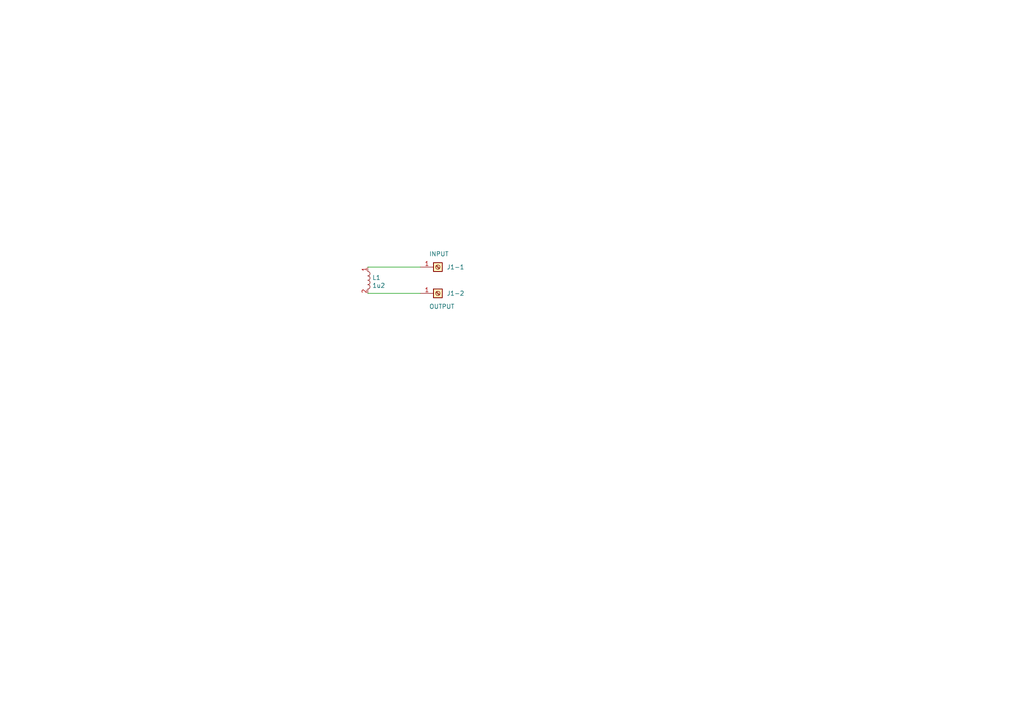
<source format=kicad_sch>
(kicad_sch (version 20211123) (generator eeschema)
  (paper "A4")
  (title_block (title "Q17-Mini 1.2uH Inductor") (date "2023-05-05") (rev "1.0"))
  (lib_symbols
    (symbol "Connector:Screw_Terminal_01x01" (pin_names (offset 1.016) hide)
      (property "Reference" "J" (at 0 2.54 0))
      (property "Value" "Screw_Terminal_01x01" (at 0 -2.54 0))
      (symbol "Screw_Terminal_01x01_1_1"
        (rectangle (start -1.27 1.27) (end 1.27 -1.27) (stroke (width 0.254)) (fill (type background)))
        (polyline (pts (xy -0.5334 0.3302) (xy 0.3302 -0.508)) (stroke (width 0.1524)))
        (polyline (pts (xy -0.3556 0.508) (xy 0.508 -0.3302)) (stroke (width 0.1524)))
        (circle (center 0 0) (radius 0.635) (stroke (width 0.1524)))
        (pin passive line (at -5.08 0 0) (length 3.81) (name "Pin_1") (number "1"))
      )
    )
    (symbol "Device:L" (pin_names (offset 1.016) hide)
      (property "Reference" "L" (at -1.27 0 90))
      (property "Value" "L" (at 1.905 0 90))
      (symbol "L_0_1"
        (arc (start 0 -2.54) (mid 0.635 -1.905) (end 0 -1.27))
        (arc (start 0 -1.27) (mid 0.635 -0.635) (end 0 0))
        (arc (start 0 0) (mid 0.635 0.635) (end 0 1.27))
        (arc (start 0 1.27) (mid 0.635 1.905) (end 0 2.54))
      )
      (symbol "L_1_1"
        (pin passive line (at 0 3.81 270) (length 1.27) (name "1") (number "1"))
        (pin passive line (at 0 -3.81 90) (length 1.27) (name "2") (number "2"))
      )
    )
  )
  (wire (pts (xy 106.68 77.47) (xy 121.92 77.47)))
  (wire (pts (xy 106.68 85.09) (xy 121.92 85.09)))
  (symbol (lib_id "Device:L") (at 106.68 81.28 0) (unit 1)
    (property "Reference" "L1" (at 107.9501 80.5191 0) (effects (justify left)))
    (property "Value" "1u2" (at 107.9501 82.8178 0) (effects (justify left)))
    (property "Footprint" "Q17_Library:L_Q17_pcb_1.2uH" (effects hide))
  )
  (symbol (lib_id "Connector:Screw_Terminal_01x01") (at 127 85.09 0) (unit 1)
    (property "Reference" "J1-2" (at 129.54 85.09 0) (effects (justify left)))
    (property "Value" "OUTPUT" (at 124.46 88.9 0) (effects (justify left)))
    (property "Footprint" "Connector_Pin:Pin_D1.4mm_L8.5mm_W2.8mm_FlatFork" (effects hide))
  )
  (symbol (lib_id "Connector:Screw_Terminal_01x01") (at 127 77.47 0) (unit 1)
    (property "Reference" "J1-1" (at 129.54 77.47 0) (effects (justify left)))
    (property "Value" "INPUT" (at 124.46 73.66 0) (effects (justify left)))
    (property "Footprint" "Connector_Pin:Pin_D1.4mm_L8.5mm_W2.8mm_FlatFork" (effects hide))
  )
)
</source>
